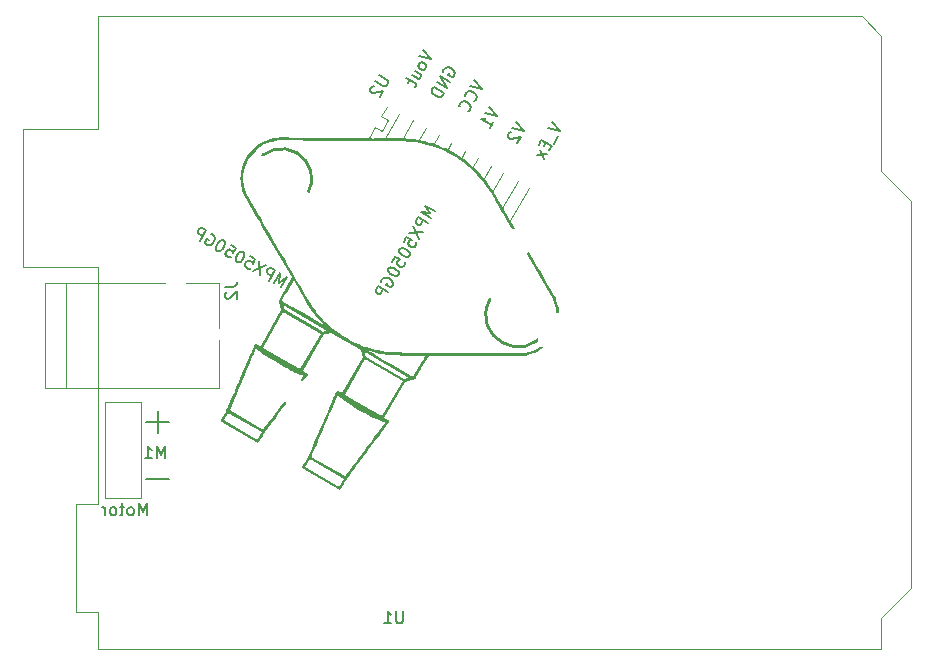
<source format=gbr>
%TF.GenerationSoftware,KiCad,Pcbnew,6.0.1-79c1e3a40b~116~ubuntu20.04.1*%
%TF.CreationDate,2022-01-30T02:47:44-05:00*%
%TF.ProjectId,Protogasm-Board-V2,50726f74-6f67-4617-936d-2d426f617264,rev?*%
%TF.SameCoordinates,PX68290a0PY76b1be0*%
%TF.FileFunction,Legend,Bot*%
%TF.FilePolarity,Positive*%
%FSLAX46Y46*%
G04 Gerber Fmt 4.6, Leading zero omitted, Abs format (unit mm)*
G04 Created by KiCad (PCBNEW 6.0.1-79c1e3a40b~116~ubuntu20.04.1) date 2022-01-30 02:47:44*
%MOMM*%
%LPD*%
G01*
G04 APERTURE LIST*
G04 Aperture macros list*
%AMRotRect*
0 Rectangle, with rotation*
0 The origin of the aperture is its center*
0 $1 length*
0 $2 width*
0 $3 Rotation angle, in degrees counterclockwise*
0 Add horizontal line*
21,1,$1,$2,0,0,$3*%
G04 Aperture macros list end*
%ADD10C,0.150000*%
%ADD11C,0.100000*%
%ADD12C,0.120000*%
%ADD13C,0.254000*%
%ADD14C,1.600000*%
%ADD15O,1.600000X1.600000*%
%ADD16R,2.000000X2.000000*%
%ADD17C,2.000000*%
%ADD18R,2.500000X3.000000*%
%ADD19R,1.600000X1.600000*%
%ADD20R,1.500000X2.300000*%
%ADD21O,1.500000X2.300000*%
%ADD22O,3.500000X3.500000*%
%ADD23R,1.905000X2.000000*%
%ADD24O,1.905000X2.000000*%
%ADD25C,2.159000*%
%ADD26R,1.800000X1.800000*%
%ADD27O,1.800000X1.800000*%
%ADD28C,1.524000*%
%ADD29C,3.200000*%
%ADD30RotRect,1.981200X1.981200X240.000000*%
%ADD31C,1.981200*%
%ADD32C,2.540000*%
G04 APERTURE END LIST*
D10*
%TO.C,J2*%
X10628380Y30559334D02*
X11342666Y30559334D01*
X11485523Y30606953D01*
X11580761Y30702191D01*
X11628380Y30845048D01*
X11628380Y30940286D01*
X10723619Y30130762D02*
X10676000Y30083143D01*
X10628380Y29987905D01*
X10628380Y29749810D01*
X10676000Y29654572D01*
X10723619Y29606953D01*
X10818857Y29559334D01*
X10914095Y29559334D01*
X11056952Y29606953D01*
X11628380Y30178381D01*
X11628380Y29559334D01*
%TO.C,U1*%
X25699404Y3087620D02*
X25699404Y2278096D01*
X25651785Y2182858D01*
X25604166Y2135239D01*
X25508928Y2087620D01*
X25318452Y2087620D01*
X25223214Y2135239D01*
X25175595Y2182858D01*
X25127976Y2278096D01*
X25127976Y3087620D01*
X24127976Y2087620D02*
X24699404Y2087620D01*
X24413690Y2087620D02*
X24413690Y3087620D01*
X24508928Y2944762D01*
X24604166Y2849524D01*
X24699404Y2801905D01*
%TO.C,U2*%
X23629559Y48490746D02*
X24330627Y48085984D01*
X24389296Y47997126D01*
X24406726Y47932077D01*
X24400346Y47825789D01*
X24305108Y47660832D01*
X24216250Y47602162D01*
X24151201Y47584733D01*
X24044913Y47591112D01*
X23343845Y47995874D01*
X23212037Y47577102D02*
X23146989Y47559672D01*
X23058130Y47501003D01*
X22939083Y47294806D01*
X22932703Y47188518D01*
X22950133Y47123469D01*
X23008802Y47034611D01*
X23091280Y46986992D01*
X23238808Y46956803D01*
X24019394Y47165960D01*
X23709870Y46629849D01*
X38291378Y44556894D02*
X38990737Y43768219D01*
X37958045Y43979544D01*
X38858930Y43349446D02*
X38477978Y42689617D01*
X37822819Y42792944D02*
X37656152Y42504269D01*
X38038356Y42118647D02*
X38276451Y42531040D01*
X37410426Y43031040D01*
X37172331Y42618647D01*
X37871690Y41829971D02*
X37032435Y41709672D01*
X37294339Y42163305D02*
X37609785Y41376339D01*
X31687378Y48112894D02*
X32386737Y47324219D01*
X31354045Y47535544D01*
X31685211Y46299616D02*
X31750260Y46317046D01*
X31862928Y46416954D01*
X31910547Y46499433D01*
X31940736Y46646960D01*
X31905876Y46777058D01*
X31847207Y46865916D01*
X31706060Y47002394D01*
X31582342Y47073822D01*
X31393575Y47127821D01*
X31287287Y47134201D01*
X31157189Y47099341D01*
X31044521Y46999433D01*
X30996902Y46916954D01*
X30966713Y46769427D01*
X30984143Y46704378D01*
X31185211Y45433591D02*
X31250260Y45451020D01*
X31362928Y45550929D01*
X31410547Y45633407D01*
X31440736Y45780935D01*
X31405876Y45911032D01*
X31347207Y45999891D01*
X31206060Y46136368D01*
X31082342Y46207797D01*
X30893575Y46261796D01*
X30787287Y46268175D01*
X30657189Y46233316D01*
X30544521Y46133407D01*
X30496902Y46050929D01*
X30466713Y45903401D01*
X30484143Y45838352D01*
X35243378Y44556893D02*
X35942737Y43768218D01*
X34910045Y43979543D01*
X34849667Y43684488D02*
X34784618Y43667058D01*
X34695759Y43608389D01*
X34576712Y43402192D01*
X34570332Y43295904D01*
X34587762Y43230855D01*
X34646431Y43141997D01*
X34728910Y43094378D01*
X34876437Y43064189D01*
X35657023Y43273346D01*
X35347499Y42737235D01*
X32957378Y45826895D02*
X33656737Y45038220D01*
X32624045Y45249545D01*
X33061499Y44007237D02*
X33347213Y44502109D01*
X33204356Y44254673D02*
X32338331Y44754673D01*
X32509668Y44765723D01*
X32639765Y44800583D01*
X32728624Y44859252D01*
X27369378Y50652894D02*
X28068737Y49864219D01*
X27036045Y50075544D01*
X27663975Y49163151D02*
X27670355Y49269439D01*
X27652925Y49334488D01*
X27594256Y49423346D01*
X27346820Y49566203D01*
X27240532Y49572583D01*
X27175483Y49555153D01*
X27086625Y49496484D01*
X27015196Y49372766D01*
X27008817Y49266478D01*
X27026246Y49201429D01*
X27084916Y49112571D01*
X27332351Y48969714D01*
X27438640Y48963334D01*
X27503688Y48980764D01*
X27592547Y49039433D01*
X27663975Y49163151D01*
X26491387Y48465501D02*
X27068737Y48132168D01*
X26705673Y48836655D02*
X27159305Y48574750D01*
X27217974Y48485892D01*
X27211594Y48379604D01*
X27140166Y48255886D01*
X27051307Y48197217D01*
X26986259Y48179787D01*
X26324720Y48176826D02*
X26134244Y47846912D01*
X25964617Y48219775D02*
X26706924Y47791204D01*
X26765593Y47702345D01*
X26759213Y47596057D01*
X26711594Y47513578D01*
X15361488Y30521084D02*
X15861488Y31387110D01*
X15215670Y30935187D01*
X15284137Y31720443D01*
X14784137Y30854418D01*
X14371744Y31092513D02*
X14871744Y31958538D01*
X14541830Y32149014D01*
X14435542Y32155394D01*
X14370493Y32137964D01*
X14281634Y32079295D01*
X14210206Y31955577D01*
X14203826Y31849289D01*
X14221256Y31784240D01*
X14279925Y31695382D01*
X14609839Y31504906D01*
X14088197Y32410919D02*
X13010847Y31878227D01*
X13510847Y32744253D02*
X13588197Y31544894D01*
X12768540Y33172824D02*
X13180933Y32934729D01*
X12984077Y32498526D01*
X12966647Y32563575D01*
X12907978Y32652433D01*
X12701781Y32771481D01*
X12595493Y32777861D01*
X12530444Y32760431D01*
X12441586Y32701762D01*
X12322538Y32495565D01*
X12316159Y32389277D01*
X12333588Y32324228D01*
X12392258Y32235370D01*
X12598454Y32116322D01*
X12704742Y32109943D01*
X12769791Y32127372D01*
X12191189Y33506157D02*
X12108711Y33553776D01*
X12002423Y33560156D01*
X11937374Y33542726D01*
X11848515Y33484057D01*
X11712038Y33342909D01*
X11592990Y33136713D01*
X11538992Y32947946D01*
X11532612Y32841658D01*
X11550042Y32776609D01*
X11608711Y32687751D01*
X11691189Y32640132D01*
X11797478Y32633752D01*
X11862526Y32651182D01*
X11951385Y32709851D01*
X12087862Y32850999D01*
X12206910Y33057195D01*
X12260908Y33245962D01*
X12267288Y33352250D01*
X12249858Y33417299D01*
X12191189Y33506157D01*
X11118967Y34125205D02*
X11531360Y33887110D01*
X11334505Y33450907D01*
X11317075Y33515956D01*
X11258406Y33604814D01*
X11052209Y33723862D01*
X10945921Y33730242D01*
X10880872Y33712812D01*
X10792014Y33654143D01*
X10672966Y33447946D01*
X10666586Y33341658D01*
X10684016Y33276609D01*
X10742685Y33187751D01*
X10948882Y33068703D01*
X11055170Y33062324D01*
X11120219Y33079753D01*
X10541617Y34458538D02*
X10459139Y34506157D01*
X10352850Y34512537D01*
X10287802Y34495107D01*
X10198943Y34436438D01*
X10062466Y34295290D01*
X9943418Y34089094D01*
X9889419Y33900327D01*
X9883040Y33794039D01*
X9900469Y33728990D01*
X9959139Y33640132D01*
X10041617Y33592513D01*
X10147905Y33586133D01*
X10212954Y33603563D01*
X10301812Y33662232D01*
X10438290Y33803380D01*
X10557338Y34009576D01*
X10611336Y34198343D01*
X10617716Y34304631D01*
X10600286Y34369680D01*
X10541617Y34458538D01*
X9404346Y35060156D02*
X9510635Y35053776D01*
X9634352Y34982348D01*
X9734261Y34869680D01*
X9769120Y34739582D01*
X9762741Y34633294D01*
X9708742Y34444527D01*
X9637313Y34320809D01*
X9500836Y34179662D01*
X9411978Y34120993D01*
X9281880Y34086133D01*
X9134352Y34116322D01*
X9051874Y34163941D01*
X8951965Y34276609D01*
X8934536Y34341658D01*
X9101202Y34630333D01*
X9266160Y34535095D01*
X8515763Y34473465D02*
X9015763Y35339491D01*
X8685848Y35529967D01*
X8579560Y35536347D01*
X8514511Y35518917D01*
X8425653Y35460248D01*
X8354225Y35336530D01*
X8347845Y35230242D01*
X8365275Y35165193D01*
X8423944Y35076334D01*
X8753858Y34885858D01*
X29109284Y48781734D02*
X29115664Y48888022D01*
X29187093Y49011740D01*
X29299761Y49111649D01*
X29429858Y49146508D01*
X29536146Y49140128D01*
X29724913Y49086130D01*
X29848631Y49014701D01*
X29989779Y48878224D01*
X30048448Y48789365D01*
X30083307Y48659268D01*
X30053118Y48511740D01*
X30005499Y48429262D01*
X29892831Y48329353D01*
X29827782Y48311923D01*
X29539107Y48478590D01*
X29634345Y48643547D01*
X29695975Y47893151D02*
X28829950Y48393151D01*
X29410261Y47398279D01*
X28544236Y47898279D01*
X29172166Y46985886D02*
X28306140Y47485886D01*
X28187093Y47279689D01*
X28156903Y47132162D01*
X28191763Y47002064D01*
X28250432Y46913206D01*
X28391580Y46776729D01*
X28515298Y46705300D01*
X28704064Y46651301D01*
X28810353Y46644921D01*
X28940450Y46679781D01*
X29053118Y46779689D01*
X29172166Y46985886D01*
X28406916Y36951489D02*
X27540890Y37451489D01*
X27992813Y36805671D01*
X27207557Y36874138D01*
X28073582Y36374138D01*
X27835487Y35961745D02*
X26969462Y36461745D01*
X26778986Y36131831D01*
X26772606Y36025543D01*
X26790036Y35960494D01*
X26848705Y35871635D01*
X26972423Y35800207D01*
X27078711Y35793827D01*
X27143760Y35811257D01*
X27232618Y35869926D01*
X27423094Y36199840D01*
X26517081Y35678198D02*
X27049773Y34600848D01*
X26183747Y35100848D02*
X27383106Y35178198D01*
X25755176Y34358541D02*
X25993271Y34770934D01*
X26429474Y34574078D01*
X26364425Y34556648D01*
X26275567Y34497979D01*
X26156519Y34291782D01*
X26150139Y34185494D01*
X26167569Y34120445D01*
X26226238Y34031587D01*
X26432435Y33912539D01*
X26538723Y33906160D01*
X26603772Y33923589D01*
X26692630Y33982259D01*
X26811678Y34188455D01*
X26818057Y34294743D01*
X26800628Y34359792D01*
X25421843Y33781190D02*
X25374224Y33698712D01*
X25367844Y33592424D01*
X25385274Y33527375D01*
X25443943Y33438516D01*
X25585091Y33302039D01*
X25791287Y33182991D01*
X25980054Y33128993D01*
X26086342Y33122613D01*
X26151391Y33140043D01*
X26240249Y33198712D01*
X26287868Y33281190D01*
X26294248Y33387479D01*
X26276818Y33452527D01*
X26218149Y33541386D01*
X26077001Y33677863D01*
X25870805Y33796911D01*
X25682038Y33850909D01*
X25575750Y33857289D01*
X25510701Y33839859D01*
X25421843Y33781190D01*
X24802795Y32708968D02*
X25040890Y33121361D01*
X25477093Y32924506D01*
X25412044Y32907076D01*
X25323186Y32848407D01*
X25204138Y32642210D01*
X25197758Y32535922D01*
X25215188Y32470873D01*
X25273857Y32382015D01*
X25480054Y32262967D01*
X25586342Y32256587D01*
X25651391Y32274017D01*
X25740249Y32332686D01*
X25859297Y32538883D01*
X25865676Y32645171D01*
X25848247Y32710220D01*
X24469462Y32131618D02*
X24421843Y32049140D01*
X24415463Y31942851D01*
X24432893Y31877803D01*
X24491562Y31788944D01*
X24632710Y31652467D01*
X24838906Y31533419D01*
X25027673Y31479420D01*
X25133961Y31473041D01*
X25199010Y31490470D01*
X25287868Y31549140D01*
X25335487Y31631618D01*
X25341867Y31737906D01*
X25324437Y31802955D01*
X25265768Y31891813D01*
X25124620Y32028291D01*
X24918424Y32147339D01*
X24729657Y32201337D01*
X24623369Y32207717D01*
X24558320Y32190287D01*
X24469462Y32131618D01*
X23867844Y30994347D02*
X23874224Y31100636D01*
X23945652Y31224353D01*
X24058320Y31324262D01*
X24188418Y31359121D01*
X24294706Y31352742D01*
X24483473Y31298743D01*
X24607191Y31227314D01*
X24748338Y31090837D01*
X24807007Y31001979D01*
X24841867Y30871881D01*
X24811678Y30724353D01*
X24764059Y30641875D01*
X24651391Y30541966D01*
X24586342Y30524537D01*
X24297667Y30691203D01*
X24392905Y30856161D01*
X24454535Y30105764D02*
X23588509Y30605764D01*
X23398033Y30275849D01*
X23391653Y30169561D01*
X23409083Y30104512D01*
X23467752Y30015654D01*
X23591470Y29944226D01*
X23697758Y29937846D01*
X23762807Y29955276D01*
X23851666Y30013945D01*
X24042142Y30343859D01*
%TO.C,M1*%
X5506404Y16057620D02*
X5506404Y17057620D01*
X5173071Y16343334D01*
X4839738Y17057620D01*
X4839738Y16057620D01*
X3839738Y16057620D02*
X4411166Y16057620D01*
X4125452Y16057620D02*
X4125452Y17057620D01*
X4220690Y16914762D01*
X4315928Y16819524D01*
X4411166Y16771905D01*
X5901738Y19122572D02*
X3966500Y19122572D01*
X4934119Y18154953D02*
X4934119Y20090191D01*
X3986404Y11231620D02*
X3986404Y12231620D01*
X3653071Y11517334D01*
X3319738Y12231620D01*
X3319738Y11231620D01*
X2700690Y11231620D02*
X2795928Y11279239D01*
X2843547Y11326858D01*
X2891166Y11422096D01*
X2891166Y11707810D01*
X2843547Y11803048D01*
X2795928Y11850667D01*
X2700690Y11898286D01*
X2557833Y11898286D01*
X2462595Y11850667D01*
X2414976Y11803048D01*
X2367357Y11707810D01*
X2367357Y11422096D01*
X2414976Y11326858D01*
X2462595Y11279239D01*
X2557833Y11231620D01*
X2700690Y11231620D01*
X2081642Y11898286D02*
X1700690Y11898286D01*
X1938785Y12231620D02*
X1938785Y11374477D01*
X1891166Y11279239D01*
X1795928Y11231620D01*
X1700690Y11231620D01*
X1224500Y11231620D02*
X1319738Y11279239D01*
X1367357Y11326858D01*
X1414976Y11422096D01*
X1414976Y11707810D01*
X1367357Y11803048D01*
X1319738Y11850667D01*
X1224500Y11898286D01*
X1081642Y11898286D01*
X986404Y11850667D01*
X938785Y11803048D01*
X891166Y11707810D01*
X891166Y11422096D01*
X938785Y11326858D01*
X986404Y11279239D01*
X1081642Y11231620D01*
X1224500Y11231620D01*
X462595Y11231620D02*
X462595Y11898286D01*
X462595Y11707810D02*
X414976Y11803048D01*
X367357Y11850667D01*
X272119Y11898286D01*
X176880Y11898286D01*
X5901738Y14296572D02*
X3966500Y14296572D01*
D11*
%TO.C,J2*%
X-4572000Y30861000D02*
X5588000Y30861000D01*
D12*
X10160000Y30861000D02*
X7366000Y30861000D01*
X10160000Y21971000D02*
X10160000Y26035000D01*
X10160000Y30861000D02*
X10160000Y27051000D01*
D11*
X10160000Y21971000D02*
X-4572000Y21971000D01*
X-4572000Y21971000D02*
X-4572000Y30861000D01*
D12*
X-4572000Y21971000D02*
X-2794000Y21971000D01*
X-2794000Y21971000D02*
X-2794000Y30861000D01*
X-2794000Y30861000D02*
X-4572000Y30861000D01*
X-4572000Y30861000D02*
X-4572000Y21971000D01*
%TO.C,U1*%
X64520000Y53470000D02*
X66170000Y51820000D01*
X-6480000Y43940000D02*
X-130000Y43940000D01*
X68710000Y37850000D02*
X68710000Y5080000D01*
X-2030000Y3050000D02*
X-2030000Y12190000D01*
X-130000Y53470000D02*
X64520000Y53470000D01*
X-2030000Y12190000D02*
X-130000Y12190000D01*
X-130000Y32260000D02*
X-6480000Y32260000D01*
X66170000Y-130000D02*
X-130000Y-130000D01*
X-130000Y12190000D02*
X-130000Y32260000D01*
X-130000Y-130000D02*
X-130000Y3050000D01*
X-130000Y3050000D02*
X-2030000Y3050000D01*
X66170000Y40390000D02*
X68710000Y37850000D01*
X-6480000Y32260000D02*
X-6480000Y43940000D01*
X68710000Y5080000D02*
X66170000Y2540000D01*
X-130000Y43940000D02*
X-130000Y53470000D01*
X66170000Y2540000D02*
X66170000Y-130000D01*
X66170000Y51820000D02*
X66170000Y40390000D01*
%TO.C,U2*%
X34201113Y40245975D02*
X33236113Y38574546D01*
X28736493Y43400975D02*
X28248993Y42556600D01*
X26984320Y42946122D02*
X27619320Y44045975D01*
X23903301Y43789642D02*
X24443301Y44724949D01*
X25549468Y43000885D02*
X27027621Y42921122D01*
X23871725Y45054949D02*
X24321725Y45834372D01*
X32018729Y41505975D02*
X31511229Y40626959D01*
X22784045Y43131033D02*
X23349045Y44109642D01*
X24443301Y44724949D02*
X23871725Y45054949D01*
X33187863Y40830975D02*
X32482863Y39609879D01*
X29801704Y42785975D02*
X29404204Y42097484D01*
X26562769Y44655975D02*
X25597769Y42984546D01*
X36400817Y38975975D02*
X34700817Y36031488D01*
X30979498Y42105975D02*
X30579498Y41413154D01*
X35407388Y39555305D02*
X34072388Y37243017D01*
X23349045Y44109642D02*
X23903301Y43789642D01*
X25369615Y45229372D02*
X24099615Y43029668D01*
D13*
X33061135Y29501474D02*
G75*
G03*
X37766021Y26900576I2352443J-1300449D01*
G01*
X17624231Y38413974D02*
G75*
G03*
X13198351Y40998124I-2212940J1292075D01*
G01*
G36*
X13636761Y25536150D02*
G01*
X15402781Y28594986D01*
X15316194Y28908283D01*
X15290119Y28997144D01*
X15287269Y29005570D01*
X15551072Y29005570D01*
X15595246Y28832497D01*
X15639419Y28659424D01*
X18865489Y26796852D01*
X18937266Y26755411D01*
X19109239Y26803692D01*
X19281211Y26851973D01*
X15551072Y29005570D01*
X15287269Y29005570D01*
X15247872Y29122064D01*
X15209144Y29215926D01*
X15179880Y29263250D01*
X15176150Y29266480D01*
X15165615Y29279578D01*
X15162057Y29298831D01*
X15168211Y29329728D01*
X15186811Y29377755D01*
X15189990Y29384403D01*
X15427872Y29384403D01*
X15434079Y29379802D01*
X15485935Y29347946D01*
X15586599Y29288295D01*
X15682053Y29232436D01*
X15731496Y29203502D01*
X15916053Y29096216D01*
X16135695Y28969088D01*
X16385848Y28824767D01*
X16661938Y28665903D01*
X16959391Y28495146D01*
X17273632Y28315146D01*
X19115240Y27261381D01*
X18943978Y27443992D01*
X18907955Y27482470D01*
X18680351Y27729562D01*
X18475820Y27960298D01*
X18288528Y28182794D01*
X18112645Y28405173D01*
X17942335Y28635554D01*
X17771767Y28882057D01*
X17595108Y29152803D01*
X17406524Y29455910D01*
X17200184Y29799501D01*
X16970255Y30191693D01*
X16433507Y31115100D01*
X15928614Y30257498D01*
X15868240Y30154788D01*
X15748931Y29950804D01*
X15642827Y29768056D01*
X15553797Y29613292D01*
X15485714Y29493263D01*
X15442449Y29414717D01*
X15427872Y29384403D01*
X15189990Y29384403D01*
X15220589Y29448402D01*
X15272283Y29547154D01*
X15344626Y29679502D01*
X15440352Y29850932D01*
X15562197Y30066934D01*
X15712893Y30332993D01*
X16295635Y31361067D01*
X14277584Y34811995D01*
X14043776Y35212192D01*
X13796472Y35636328D01*
X13558969Y36044515D01*
X13333318Y36433193D01*
X13121565Y36798802D01*
X12925761Y37137782D01*
X12747956Y37446572D01*
X12590199Y37721616D01*
X12454540Y37959349D01*
X12343028Y38156214D01*
X12257713Y38308650D01*
X12200644Y38413099D01*
X12173871Y38465999D01*
X12157337Y38507489D01*
X12099323Y38686197D01*
X12043047Y38906600D01*
X11992568Y39151555D01*
X11951942Y39403912D01*
X11948985Y39426940D01*
X11941639Y39579059D01*
X12179460Y39579059D01*
X12223869Y39197806D01*
X12319752Y38797096D01*
X12322534Y38787643D01*
X12336277Y38743122D01*
X12352082Y38696975D01*
X12371458Y38646525D01*
X12395913Y38589094D01*
X12426957Y38522005D01*
X12466098Y38442581D01*
X12514845Y38348143D01*
X12574705Y38236016D01*
X12647189Y38103521D01*
X12733803Y37947982D01*
X12836057Y37766719D01*
X12955460Y37557057D01*
X13093521Y37316319D01*
X13251745Y37041826D01*
X13431645Y36730901D01*
X13634727Y36380867D01*
X13862501Y35989047D01*
X14116474Y35552763D01*
X14398156Y35069338D01*
X14709055Y34536095D01*
X15050679Y33950354D01*
X15309028Y33507598D01*
X15666788Y32895120D01*
X15995212Y32333802D01*
X16295836Y31821134D01*
X16570199Y31354605D01*
X16571001Y31353247D01*
X16819837Y30931704D01*
X17046286Y30549921D01*
X17251084Y30206745D01*
X17435768Y29899667D01*
X17601873Y29626173D01*
X17750937Y29383756D01*
X17884498Y29169903D01*
X18004092Y28982103D01*
X18111256Y28817849D01*
X18207526Y28674625D01*
X18294439Y28549925D01*
X18373534Y28441236D01*
X18446345Y28346049D01*
X18514412Y28261851D01*
X18579269Y28186134D01*
X18608438Y28153283D01*
X18763939Y27983758D01*
X18941770Y27797266D01*
X19131102Y27604566D01*
X19321102Y27416415D01*
X19500938Y27243569D01*
X19659782Y27096787D01*
X19786801Y26986824D01*
X20009474Y26816077D01*
X20293594Y26619297D01*
X20611246Y26416081D01*
X20948692Y26214360D01*
X21292196Y26022064D01*
X21628022Y25847125D01*
X21942433Y25697473D01*
X22221695Y25581038D01*
X22250726Y25570299D01*
X22420867Y25512997D01*
X22635675Y25447395D01*
X22675922Y25435900D01*
X22880416Y25377495D01*
X23140361Y25307298D01*
X23400776Y25240805D01*
X23646931Y25182019D01*
X23864094Y25134939D01*
X23929281Y25122439D01*
X24032988Y25105122D01*
X24147625Y25089216D01*
X24276137Y25074644D01*
X24421465Y25061330D01*
X24586551Y25049199D01*
X24774339Y25038176D01*
X24987771Y25028184D01*
X25229790Y25019148D01*
X25503339Y25010992D01*
X25811360Y25003640D01*
X26156796Y24997018D01*
X26542590Y24991050D01*
X26971684Y24985658D01*
X27447021Y24980769D01*
X27706914Y24978557D01*
X27971544Y24976305D01*
X28548197Y24972193D01*
X29179919Y24968354D01*
X29869657Y24964716D01*
X30620350Y24961201D01*
X30768873Y24960542D01*
X31433840Y24957630D01*
X32038631Y24955086D01*
X32586319Y24952942D01*
X33079976Y24951231D01*
X33522676Y24949984D01*
X33917492Y24949235D01*
X34267496Y24949014D01*
X34575762Y24949354D01*
X34845362Y24950289D01*
X35079370Y24951849D01*
X35280858Y24954067D01*
X35452900Y24956974D01*
X35598568Y24960605D01*
X35720935Y24964990D01*
X35823075Y24970162D01*
X35908060Y24976152D01*
X35978962Y24982994D01*
X36038857Y24990720D01*
X36090815Y24999361D01*
X36137910Y25008950D01*
X36183215Y25019520D01*
X36304393Y25050813D01*
X36685621Y25177630D01*
X37028626Y25341743D01*
X37348780Y25551422D01*
X37661459Y25814940D01*
X37716950Y25868262D01*
X37839383Y25994885D01*
X37951020Y26121140D01*
X38033119Y26226281D01*
X38102049Y26324754D01*
X38170620Y26421843D01*
X38218254Y26488315D01*
X38304390Y26630197D01*
X38397933Y26834824D01*
X38485865Y27076085D01*
X38563996Y27339700D01*
X38628134Y27611392D01*
X38674089Y27876881D01*
X38697671Y28121889D01*
X38700434Y28217655D01*
X38696806Y28333026D01*
X38683069Y28453566D01*
X38656980Y28593227D01*
X38616294Y28765964D01*
X38558767Y28985730D01*
X38405756Y29554542D01*
X36255763Y33211021D01*
X35995392Y33653833D01*
X35720892Y34120669D01*
X35449244Y34582651D01*
X35183134Y35035215D01*
X34925246Y35473790D01*
X34678266Y35893815D01*
X34444879Y36290720D01*
X34227769Y36659940D01*
X34029622Y36996909D01*
X33853123Y37297060D01*
X33700957Y37555827D01*
X33575808Y37768643D01*
X33480364Y37930943D01*
X33456331Y37971755D01*
X33207025Y38387811D01*
X32978785Y38753523D01*
X32766455Y39075963D01*
X32564883Y39362199D01*
X32368912Y39619300D01*
X32173392Y39854337D01*
X31973166Y40074378D01*
X31763083Y40286493D01*
X31281238Y40729823D01*
X30753093Y41157343D01*
X30213282Y41531552D01*
X29652506Y41857817D01*
X29061468Y42141506D01*
X28430866Y42387991D01*
X27751405Y42602636D01*
X27724847Y42610121D01*
X27436292Y42684819D01*
X27145008Y42747102D01*
X26842293Y42797897D01*
X26519449Y42838134D01*
X26167776Y42868741D01*
X25778577Y42890647D01*
X25343151Y42904780D01*
X24852798Y42912070D01*
X24675842Y42913488D01*
X24431891Y42915438D01*
X24134360Y42917813D01*
X23788547Y42920572D01*
X23399748Y42923670D01*
X22973261Y42927068D01*
X22514382Y42930723D01*
X22028409Y42934592D01*
X21520639Y42938633D01*
X20996368Y42942804D01*
X20460895Y42947063D01*
X19919515Y42951368D01*
X19377527Y42955675D01*
X15135926Y42989384D01*
X14566814Y42837490D01*
X14436069Y42801657D01*
X14182071Y42723485D01*
X13969369Y42641439D01*
X13782696Y42547216D01*
X13606784Y42432515D01*
X13426366Y42289032D01*
X13226173Y42108466D01*
X13135945Y42020985D01*
X12832239Y41674373D01*
X12586716Y41301540D01*
X12399089Y40901995D01*
X12269067Y40475245D01*
X12242923Y40353881D01*
X12185989Y39958528D01*
X12179460Y39579059D01*
X11941639Y39579059D01*
X11936687Y39681594D01*
X11953239Y39973039D01*
X11995793Y40284450D01*
X12061498Y40599003D01*
X12147507Y40899870D01*
X12250972Y41170227D01*
X12318213Y41310154D01*
X12522680Y41651955D01*
X12773074Y41978645D01*
X13059561Y42280482D01*
X13372307Y42547726D01*
X13701474Y42770635D01*
X14037231Y42939468D01*
X14063693Y42950108D01*
X14247137Y43013507D01*
X14463182Y43074704D01*
X14693357Y43129607D01*
X14919193Y43174125D01*
X15122220Y43204169D01*
X15283969Y43215645D01*
X15366575Y43215803D01*
X15512675Y43215501D01*
X15709746Y43214726D01*
X15952796Y43213517D01*
X16236829Y43211913D01*
X16556852Y43209952D01*
X16907869Y43207674D01*
X17284887Y43205118D01*
X17682911Y43202322D01*
X18096947Y43199325D01*
X18522001Y43196168D01*
X18953077Y43192887D01*
X19385182Y43189522D01*
X19813322Y43186113D01*
X20232501Y43182698D01*
X20637727Y43179316D01*
X21024003Y43176005D01*
X21386337Y43172806D01*
X21719733Y43169757D01*
X22019198Y43166897D01*
X22279736Y43164264D01*
X22496353Y43161898D01*
X22664056Y43159838D01*
X22777849Y43158121D01*
X22832739Y43156790D01*
X22942902Y43149863D01*
X23066801Y43138406D01*
X23156242Y43126044D01*
X23167239Y43124098D01*
X23240797Y43119415D01*
X23278962Y43131524D01*
X23282297Y43133966D01*
X23330760Y43142612D01*
X23423427Y43149031D01*
X23544513Y43153024D01*
X23678233Y43154388D01*
X23808801Y43152923D01*
X23920432Y43148425D01*
X23997341Y43140694D01*
X24043670Y43137164D01*
X24140231Y43136784D01*
X24255745Y43140969D01*
X24364464Y43145026D01*
X24534806Y43148058D01*
X24742504Y43149516D01*
X24973518Y43149453D01*
X25213809Y43147923D01*
X25449336Y43144976D01*
X25666060Y43140665D01*
X25849942Y43135042D01*
X25994917Y43127597D01*
X26240009Y43108549D01*
X26493768Y43082295D01*
X26738058Y43051011D01*
X26954741Y43016872D01*
X27125678Y42982051D01*
X27221053Y42960556D01*
X27327456Y42940430D01*
X27397712Y42931727D01*
X27453998Y42925337D01*
X27583213Y42897664D01*
X27756189Y42851062D01*
X27963567Y42788593D01*
X28195992Y42713318D01*
X28444107Y42628301D01*
X28698555Y42536603D01*
X28949981Y42441288D01*
X29189028Y42345417D01*
X29324070Y42287366D01*
X29621070Y42146974D01*
X29773448Y42067294D01*
X29923622Y41988766D01*
X30215116Y41822039D01*
X30478940Y41656096D01*
X30698486Y41500234D01*
X30871179Y41365202D01*
X31162220Y41129072D01*
X31448887Y40886620D01*
X31719055Y40648397D01*
X31960601Y40424955D01*
X32161403Y40226850D01*
X32197245Y40189025D01*
X32322476Y40047346D01*
X32466017Y39873728D01*
X32620409Y39678255D01*
X32778193Y39471004D01*
X32931911Y39262057D01*
X33074106Y39061497D01*
X33197316Y38879404D01*
X33294085Y38725857D01*
X33356955Y38610939D01*
X33360402Y38604058D01*
X33393327Y38544221D01*
X33454064Y38437529D01*
X33538833Y38290495D01*
X33643857Y38109629D01*
X33765356Y37901442D01*
X33899554Y37672447D01*
X34042670Y37429154D01*
X34064529Y37392063D01*
X34211380Y37142778D01*
X34352427Y36903190D01*
X34483226Y36680857D01*
X34599334Y36483335D01*
X34696310Y36318180D01*
X34769711Y36192951D01*
X34815093Y36115206D01*
X34844586Y36064718D01*
X34905853Y35960208D01*
X34995110Y35808148D01*
X35110044Y35612471D01*
X35248344Y35377114D01*
X35407695Y35106010D01*
X35585784Y34803094D01*
X35780299Y34472302D01*
X35988927Y34117568D01*
X36209353Y33742826D01*
X36439265Y33352012D01*
X36676350Y32949060D01*
X36893861Y32579346D01*
X37124084Y32187910D01*
X37344857Y31812416D01*
X37553888Y31456775D01*
X37748876Y31124901D01*
X37927526Y30820705D01*
X38087541Y30548101D01*
X38226623Y30311000D01*
X38342474Y30113315D01*
X38432799Y29958959D01*
X38495300Y29851842D01*
X38527680Y29795880D01*
X38539106Y29775170D01*
X38611212Y29620478D01*
X38686916Y29423803D01*
X38760526Y29203186D01*
X38826349Y28976667D01*
X38878697Y28762287D01*
X38911875Y28578086D01*
X38927970Y28371981D01*
X38922694Y28071166D01*
X38890616Y27748504D01*
X38834473Y27422952D01*
X38757001Y27113472D01*
X38660934Y26839021D01*
X38621083Y26746979D01*
X38403790Y26338665D01*
X38136032Y25969160D01*
X37816197Y25636169D01*
X37782578Y25606020D01*
X37606380Y25459777D01*
X37413830Y25315870D01*
X37220420Y25184902D01*
X37041640Y25077476D01*
X36892981Y25004197D01*
X36685533Y24924931D01*
X36466887Y24851589D01*
X36255763Y24789856D01*
X36069048Y24744669D01*
X35923631Y24720960D01*
X35882702Y24719054D01*
X35776890Y24716994D01*
X35614594Y24715328D01*
X35399957Y24714056D01*
X35137122Y24713179D01*
X34830233Y24712696D01*
X34483429Y24712609D01*
X34100856Y24712919D01*
X33686655Y24713626D01*
X33244970Y24714730D01*
X32779940Y24716232D01*
X32295712Y24718132D01*
X31796426Y24720431D01*
X27878578Y24739803D01*
X27259565Y23699588D01*
X27195708Y23592302D01*
X27048670Y23345636D01*
X26929588Y23146979D01*
X26835097Y22991295D01*
X26761834Y22873545D01*
X26706432Y22788694D01*
X26665528Y22731703D01*
X26635759Y22697537D01*
X26613757Y22681157D01*
X26596161Y22677527D01*
X26579603Y22681610D01*
X26550159Y22684560D01*
X26463908Y22676323D01*
X26343076Y22654667D01*
X26204039Y22622183D01*
X25889423Y22540521D01*
X24123403Y19481684D01*
X24331790Y19361372D01*
X24339304Y19356924D01*
X24401048Y19320373D01*
X24483858Y19264653D01*
X24524177Y19223226D01*
X24531714Y19187658D01*
X24531328Y19186437D01*
X24507177Y19148027D01*
X24447672Y19062604D01*
X24355514Y18933846D01*
X24233404Y18765428D01*
X24084039Y18561027D01*
X23910124Y18324320D01*
X23714356Y18058985D01*
X23499438Y17768697D01*
X23268070Y17457131D01*
X23022953Y17127966D01*
X22766786Y16784877D01*
X22623648Y16593372D01*
X22327461Y16196668D01*
X22065788Y15845444D01*
X21835872Y15535880D01*
X21634948Y15264155D01*
X21460256Y15026446D01*
X21309037Y14818933D01*
X21178528Y14637793D01*
X21065968Y14479206D01*
X20968597Y14339350D01*
X20883652Y14214402D01*
X20808374Y14100543D01*
X20740002Y13993951D01*
X20675773Y13890803D01*
X20341225Y13346107D01*
X17131593Y15199189D01*
X17172766Y15275203D01*
X17415280Y15275203D01*
X20265212Y13629794D01*
X20664583Y14321525D01*
X17814651Y15966934D01*
X17415280Y15275203D01*
X17172766Y15275203D01*
X17436039Y15761264D01*
X17461427Y15808429D01*
X17518806Y15917452D01*
X17577953Y16033694D01*
X17639673Y16159171D01*
X17928982Y16159171D01*
X20773899Y14516658D01*
X20784814Y14529771D01*
X20841306Y14597641D01*
X20849783Y14608361D01*
X20895007Y14667675D01*
X20974031Y14772489D01*
X21083865Y14918801D01*
X21221518Y15102610D01*
X21384000Y15319914D01*
X21568321Y15566715D01*
X21771490Y15839010D01*
X21990515Y16132799D01*
X22222408Y16444080D01*
X22464177Y16768854D01*
X22569569Y16910466D01*
X22808140Y17230940D01*
X23035886Y17536748D01*
X23249770Y17823823D01*
X23446762Y18088099D01*
X23623825Y18325505D01*
X23777926Y18531978D01*
X23906030Y18703446D01*
X24005104Y18835845D01*
X24072111Y18925105D01*
X24104019Y18967160D01*
X24126495Y18996556D01*
X24167446Y19054807D01*
X24179603Y19080315D01*
X24177118Y19081342D01*
X24133992Y19093460D01*
X24057560Y19112467D01*
X23995157Y19131150D01*
X23860433Y19182250D01*
X23684347Y19257329D01*
X23475671Y19352273D01*
X23243176Y19462963D01*
X22995629Y19585279D01*
X22741803Y19715106D01*
X22490465Y19848323D01*
X22219046Y19999077D01*
X21925415Y20169971D01*
X21628431Y20349818D01*
X21338098Y20532213D01*
X21315962Y20546654D01*
X21799094Y20546654D01*
X21819038Y20529513D01*
X21875942Y20488982D01*
X21966589Y20426603D01*
X22021646Y20389885D01*
X22206971Y20275092D01*
X22407065Y20161210D01*
X22589147Y20067169D01*
X22660202Y20033221D01*
X22735627Y19998081D01*
X22773266Y19982604D01*
X22770172Y19988805D01*
X22723402Y20018694D01*
X22630011Y20074288D01*
X22487053Y20157600D01*
X22291583Y20270642D01*
X22153244Y20350434D01*
X21993184Y20442292D01*
X21882951Y20504586D01*
X21819326Y20538859D01*
X21799094Y20546654D01*
X21315962Y20546654D01*
X21064425Y20710747D01*
X20817419Y20879013D01*
X20607084Y21030602D01*
X20443430Y21159108D01*
X20357699Y21230518D01*
X20264976Y21306521D01*
X20200186Y21358120D01*
X20173763Y21376890D01*
X20169568Y21368674D01*
X20143526Y21310956D01*
X20095655Y21202382D01*
X20028170Y21048087D01*
X19943287Y20853206D01*
X19843221Y20622872D01*
X19730186Y20362221D01*
X19606398Y20076385D01*
X19474072Y19770500D01*
X19335422Y19449699D01*
X19192665Y19119118D01*
X19048014Y18783889D01*
X18903684Y18449147D01*
X18761891Y18120026D01*
X18624850Y17801662D01*
X18494776Y17499187D01*
X18373884Y17217736D01*
X18264388Y16962443D01*
X18168504Y16738444D01*
X18088447Y16550871D01*
X18026432Y16404858D01*
X17984673Y16305541D01*
X17965387Y16258053D01*
X17928982Y16159171D01*
X17639673Y16159171D01*
X17640797Y16161457D01*
X17709265Y16305043D01*
X17785287Y16468754D01*
X17870791Y16656892D01*
X17967708Y16873759D01*
X18077965Y17123656D01*
X18203492Y17410886D01*
X18346218Y17739751D01*
X18508071Y18114552D01*
X18690979Y18539591D01*
X18896875Y19019171D01*
X18916241Y19064310D01*
X19084635Y19456043D01*
X19246288Y19830774D01*
X19399367Y20184324D01*
X19542038Y20512520D01*
X19672467Y20811181D01*
X19788821Y21076133D01*
X19889266Y21303196D01*
X19946227Y21430615D01*
X20747755Y21430615D01*
X22407909Y20472125D01*
X23929718Y19593508D01*
X25670976Y22609456D01*
X22489013Y24446563D01*
X20747755Y21430615D01*
X19946227Y21430615D01*
X19971968Y21488195D01*
X20035093Y21626953D01*
X20076808Y21715291D01*
X20095280Y21749034D01*
X20112894Y21758278D01*
X20158103Y21755661D01*
X20231646Y21725216D01*
X20345683Y21662752D01*
X20554070Y21542439D01*
X22318539Y24598589D01*
X22234824Y24915260D01*
X22197704Y25055671D01*
X22456396Y25055671D01*
X22506709Y24860608D01*
X22557020Y24665545D01*
X25782800Y22803141D01*
X25826616Y22777843D01*
X26020702Y22831803D01*
X26214787Y22885763D01*
X22456396Y25055671D01*
X22197704Y25055671D01*
X22179545Y25124360D01*
X22843447Y25124360D01*
X22844989Y25120798D01*
X22887266Y25091006D01*
X22979111Y25032939D01*
X23116552Y24948962D01*
X23295615Y24841440D01*
X23512326Y24712739D01*
X23762711Y24565224D01*
X24042797Y24401261D01*
X24348609Y24223215D01*
X24676173Y24033451D01*
X26564113Y22942326D01*
X27075308Y23827742D01*
X27137595Y23936025D01*
X27258671Y24149002D01*
X27364057Y24337779D01*
X27450412Y24496180D01*
X27514397Y24618030D01*
X27552669Y24697151D01*
X27561890Y24727368D01*
X27530880Y24730467D01*
X27442435Y24733806D01*
X27304206Y24736970D01*
X27123574Y24739846D01*
X26907919Y24742315D01*
X26664624Y24744263D01*
X26401070Y24745574D01*
X26053643Y24747745D01*
X25620530Y24754083D01*
X25237268Y24764954D01*
X24895742Y24781093D01*
X24587832Y24803236D01*
X24305425Y24832122D01*
X24040400Y24868486D01*
X23784642Y24913064D01*
X23530035Y24966594D01*
X23268459Y25029810D01*
X23125596Y25065235D01*
X22993848Y25095879D01*
X22894980Y25116659D01*
X22843447Y25124360D01*
X22179545Y25124360D01*
X22151107Y25231930D01*
X19605453Y26701664D01*
X19288783Y26617948D01*
X18972112Y26534232D01*
X17206092Y23475395D01*
X17428314Y23347095D01*
X17520925Y23291971D01*
X17598280Y23238778D01*
X17635399Y23199136D01*
X17641975Y23164776D01*
X17641385Y23163078D01*
X17615892Y23123131D01*
X17554909Y23036439D01*
X17461145Y22906658D01*
X17337310Y22737440D01*
X17186113Y22532442D01*
X17010262Y22295317D01*
X16812466Y22029719D01*
X16595436Y21739303D01*
X16361879Y21427723D01*
X16114505Y21098633D01*
X15856023Y20755687D01*
X15689219Y20534602D01*
X15393278Y20141907D01*
X15131897Y19794326D01*
X14902328Y19488090D01*
X14701821Y19219426D01*
X14527625Y18984567D01*
X14376991Y18779742D01*
X14247168Y18601179D01*
X14135407Y18445111D01*
X14038958Y18307765D01*
X13955070Y18185374D01*
X13880993Y18074165D01*
X13813977Y17970370D01*
X13751275Y17870218D01*
X13423915Y17339818D01*
X10241952Y19176925D01*
X10282911Y19252939D01*
X10525639Y19252939D01*
X13347901Y17623505D01*
X13731298Y18287567D01*
X10909036Y19917001D01*
X10525639Y19252939D01*
X10282911Y19252939D01*
X10537613Y19725626D01*
X10566129Y19778955D01*
X10621790Y19885663D01*
X10679424Y20000122D01*
X10732477Y20109238D01*
X11023368Y20109238D01*
X13840615Y18482700D01*
X13851380Y18495556D01*
X13908295Y18563524D01*
X13918726Y18576668D01*
X13966553Y18638927D01*
X14048222Y18746299D01*
X14160742Y18894823D01*
X14301131Y19080541D01*
X14466397Y19299494D01*
X14653555Y19547723D01*
X14859616Y19821267D01*
X15081592Y20116169D01*
X15316497Y20428469D01*
X15561342Y20754207D01*
X15688018Y20922762D01*
X15928134Y21242102D01*
X16156775Y21545971D01*
X16370954Y21830414D01*
X16567683Y22091468D01*
X16743973Y22325176D01*
X16896840Y22527578D01*
X17023292Y22694715D01*
X17120346Y22822627D01*
X17185012Y22907354D01*
X17214305Y22944938D01*
X17216942Y22948124D01*
X17255631Y23008978D01*
X17253579Y23042164D01*
X17251276Y23043355D01*
X17204221Y23062795D01*
X17111193Y23098669D01*
X16984475Y23146303D01*
X16836352Y23201018D01*
X16750130Y23233109D01*
X16654112Y23270836D01*
X16559970Y23311049D01*
X16460576Y23357470D01*
X16348801Y23413823D01*
X16217516Y23483832D01*
X16059594Y23571217D01*
X15867905Y23679704D01*
X15635320Y23813017D01*
X15354713Y23974877D01*
X15282836Y24016473D01*
X14886198Y24248909D01*
X14539499Y24457746D01*
X14377444Y24558991D01*
X14828402Y24558991D01*
X14877750Y24522588D01*
X14927871Y24488768D01*
X15061662Y24402574D01*
X15226627Y24300008D01*
X15406467Y24191133D01*
X15584891Y24086008D01*
X15693232Y24023941D01*
X15855863Y23933490D01*
X16001679Y23855494D01*
X16117978Y23796693D01*
X16192062Y23763824D01*
X16200850Y23761067D01*
X16197883Y23770428D01*
X16143676Y23808234D01*
X16041751Y23872312D01*
X15895635Y23960482D01*
X15708851Y24070573D01*
X15484922Y24200405D01*
X15369393Y24266807D01*
X15154301Y24389459D01*
X14993215Y24479706D01*
X14885575Y24537846D01*
X14830824Y24564175D01*
X14828402Y24558991D01*
X14377444Y24558991D01*
X14236469Y24647066D01*
X13970843Y24820957D01*
X13736353Y24983502D01*
X13526732Y25138786D01*
X13335712Y25290896D01*
X13240250Y25369777D01*
X13202471Y25266430D01*
X13196211Y25250569D01*
X13165999Y25177457D01*
X13113642Y25052488D01*
X13041076Y24880239D01*
X12950242Y24665289D01*
X12843079Y24412214D01*
X12721525Y24125593D01*
X12587519Y23810002D01*
X12443002Y23470018D01*
X12289911Y23110221D01*
X12130186Y22735186D01*
X12047552Y22541206D01*
X11891057Y22173588D01*
X11742221Y21823642D01*
X11602982Y21495933D01*
X11475273Y21195030D01*
X11361031Y20925498D01*
X11262188Y20691905D01*
X11180681Y20498818D01*
X11118444Y20350805D01*
X11077413Y20252430D01*
X11059523Y20208263D01*
X11023368Y20109238D01*
X10732477Y20109238D01*
X10740920Y20126602D01*
X10808169Y20269368D01*
X10883061Y20432686D01*
X10967485Y20620824D01*
X11063333Y20838048D01*
X11172491Y21088624D01*
X11296854Y21376820D01*
X11438308Y21706901D01*
X11598746Y22083135D01*
X11780055Y22509788D01*
X11984128Y22991127D01*
X12008831Y23049427D01*
X12175766Y23442608D01*
X12335993Y23818633D01*
X12487700Y24173332D01*
X12629080Y24502530D01*
X12758321Y24802055D01*
X12873612Y25067732D01*
X12973146Y25295389D01*
X13030128Y25424326D01*
X13830446Y25424326D01*
X15601276Y24401936D01*
X17012407Y23587219D01*
X18753665Y26603167D01*
X15571704Y28440273D01*
X13830446Y25424326D01*
X13030128Y25424326D01*
X13055110Y25480853D01*
X13117694Y25619950D01*
X13159089Y25708507D01*
X13177484Y25742351D01*
X13196177Y25752076D01*
X13241408Y25749253D01*
X13314694Y25718790D01*
X13411203Y25665877D01*
X13428372Y25656463D01*
X13636761Y25536150D01*
G37*
D12*
%TO.C,M1*%
X3556000Y20828000D02*
X508000Y20828000D01*
X508000Y20828000D02*
X508000Y12700000D01*
X508000Y12700000D02*
X3556000Y12700000D01*
X3556000Y12700000D02*
X3556000Y20828000D01*
%TD*%
%LPC*%
D14*
%TO.C,R1*%
X21336000Y40894000D03*
D15*
X13716000Y40894000D03*
%TD*%
D16*
%TO.C,SW1*%
X35266000Y34428000D03*
D17*
X30266000Y34428000D03*
X32766000Y34428000D03*
D18*
X38366000Y26928000D03*
X27166000Y26928000D03*
D17*
X35266000Y19928000D03*
X30266000Y19928000D03*
%TD*%
D14*
%TO.C,C1*%
X25654000Y38354000D03*
X25654000Y40854000D03*
%TD*%
D19*
%TO.C,C3*%
X33782000Y9208887D03*
D14*
X33782000Y11708887D03*
%TD*%
D20*
%TO.C,U3*%
X22191000Y6682500D03*
D21*
X24731000Y6682500D03*
X27271000Y6682500D03*
%TD*%
D22*
%TO.C,Q1*%
X17526000Y20932000D03*
D23*
X20066000Y37592000D03*
D24*
X17526000Y37592000D03*
X14986000Y37592000D03*
%TD*%
D19*
%TO.C,C2*%
X15748000Y9462887D03*
D14*
X15748000Y11962887D03*
%TD*%
D25*
%TO.C,J1*%
X59182000Y28194000D03*
X59182000Y25654000D03*
X59182000Y23114000D03*
%TD*%
D26*
%TO.C,D1*%
X6858000Y20828000D03*
D27*
X6858000Y13208000D03*
%TD*%
D28*
%TO.C,R2*%
X2540000Y45974000D03*
X5080000Y51054000D03*
X7620000Y45974000D03*
%TD*%
%TO.C,J2*%
X9398000Y26543000D03*
X3398000Y26543000D03*
X6398000Y31243000D03*
%TD*%
D29*
%TO.C,U1*%
X15240000Y50800000D03*
X66040000Y7620000D03*
X13970000Y2540000D03*
X66040000Y35560000D03*
D19*
X27940000Y2540000D03*
D15*
X30480000Y2540000D03*
X33020000Y2540000D03*
X35560000Y2540000D03*
X38100000Y2540000D03*
X40640000Y2540000D03*
X43180000Y2540000D03*
X45720000Y2540000D03*
X50800000Y2540000D03*
X53340000Y2540000D03*
X55880000Y2540000D03*
X58420000Y2540000D03*
X60960000Y2540000D03*
X63500000Y2540000D03*
X63500000Y50800000D03*
X60960000Y50800000D03*
X58420000Y50800000D03*
X55880000Y50800000D03*
X53340000Y50800000D03*
X50800000Y50800000D03*
X48260000Y50800000D03*
X45720000Y50800000D03*
X41660000Y50800000D03*
X39120000Y50800000D03*
X36580000Y50800000D03*
X34040000Y50800000D03*
X31500000Y50800000D03*
X28960000Y50800000D03*
X26420000Y50800000D03*
X23880000Y50800000D03*
X21340000Y50800000D03*
X18800000Y50800000D03*
%TD*%
D30*
%TO.C,U2*%
X25400000Y46482000D03*
D31*
X27599705Y45212000D03*
X29799409Y43942000D03*
X31999114Y42672000D03*
X34198818Y41402000D03*
X36398523Y40132000D03*
%TD*%
D32*
%TO.C,M1*%
X2032000Y19304000D03*
X2032000Y14224000D03*
%TD*%
M02*

</source>
